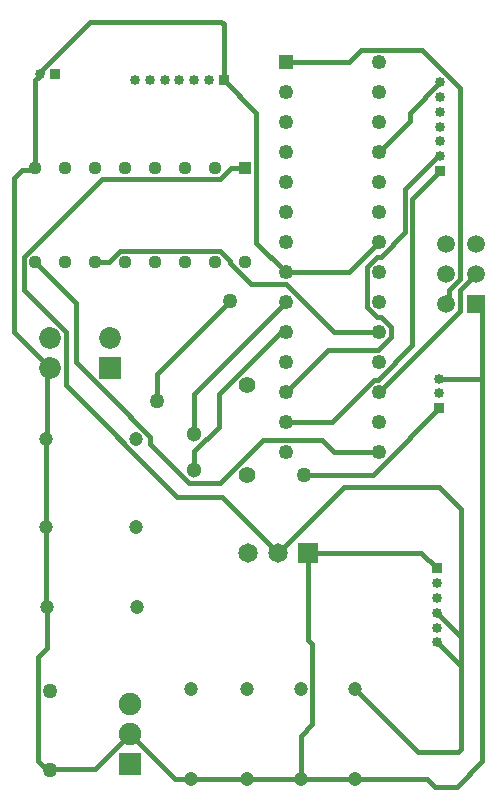
<source format=gbl>
G04*
G04 #@! TF.GenerationSoftware,Altium Limited,Altium Designer,22.3.1 (43)*
G04*
G04 Layer_Physical_Order=2*
G04 Layer_Color=16711680*
%FSLAX25Y25*%
%MOIN*%
G70*
G04*
G04 #@! TF.SameCoordinates,1C7FBABB-5D2B-4B54-8B73-D7DE824473AF*
G04*
G04*
G04 #@! TF.FilePolarity,Positive*
G04*
G01*
G75*
%ADD35C,0.01500*%
%ADD36C,0.04921*%
%ADD37R,0.04921X0.04921*%
%ADD38C,0.03347*%
%ADD39R,0.03347X0.03347*%
%ADD40C,0.05118*%
%ADD41R,0.06500X0.06500*%
%ADD42C,0.06500*%
%ADD43R,0.07520X0.07520*%
%ADD44C,0.07520*%
%ADD45C,0.04449*%
%ADD46R,0.04449X0.04449*%
%ADD47R,0.07284X0.07284*%
%ADD48C,0.07284*%
%ADD49C,0.05512*%
%ADD50R,0.03347X0.03347*%
%ADD51C,0.05906*%
%ADD52R,0.05906X0.05906*%
%ADD53C,0.04724*%
%ADD54C,0.05000*%
D35*
X101137Y118500D02*
X124172D01*
X136369Y131026D02*
X146000Y140657D01*
X136369Y130697D02*
Y131026D01*
X124172Y118500D02*
X136369Y130697D01*
X102500Y92500D02*
X140185D01*
X145500Y87185D01*
X144648Y14500D02*
X152000D01*
X146000Y114500D02*
X153500Y107000D01*
Y64421D02*
Y107000D01*
Y54579D02*
Y64421D01*
X145500Y72421D02*
X153500Y64421D01*
X145500Y62579D02*
X153500Y54579D01*
Y26879D02*
Y54579D01*
X92500Y92500D02*
X114500Y114500D01*
X146000D01*
X153003Y173003D02*
Y180003D01*
X158500Y185500D01*
X149343Y179975D02*
X153003Y183635D01*
X120105Y260011D02*
X140312D01*
X116095Y256000D02*
X120105Y260011D01*
X95000Y256000D02*
X116095D01*
X149343Y176343D02*
Y179975D01*
X148500Y175500D02*
X149343Y176343D01*
X140312Y260011D02*
X153003Y247319D01*
Y183635D02*
Y247319D01*
X126000Y146000D02*
X153003Y173003D01*
X52000Y143000D02*
Y152000D01*
X64500Y145500D02*
X95000Y176000D01*
X64500Y132102D02*
Y145500D01*
X52000Y152000D02*
X76500Y176500D01*
X152621Y26000D02*
X153500Y26879D01*
X139000Y26000D02*
X152621D01*
X118000Y47000D02*
X139000Y26000D01*
X37025Y144007D02*
X49912Y131121D01*
X37017Y144007D02*
X37025D01*
X25130Y155894D02*
X37017Y144007D01*
X73063Y216856D02*
X76838Y220630D01*
X49912Y128675D02*
X62798Y115789D01*
X73199D01*
X33648Y216856D02*
X73063D01*
X7726Y190934D02*
X33648Y216856D01*
X25130Y155894D02*
Y175740D01*
X7726Y180117D02*
Y190934D01*
X73832Y111168D02*
X92500Y92500D01*
X21692Y148276D02*
X58799Y111168D01*
X73832D01*
X7726Y180117D02*
X21692Y166150D01*
Y148276D02*
Y166150D01*
X76838Y220630D02*
X81500D01*
X49912Y128675D02*
Y131121D01*
X73199Y115789D02*
X87421Y130011D01*
X36162Y189370D02*
X39937Y193145D01*
X73063D01*
X76500Y189708D01*
X107201Y130011D02*
X111212Y126000D01*
X87421Y130011D02*
X107201D01*
X11500Y189370D02*
X25130Y175740D01*
X95000Y136000D02*
X110328D01*
X111000Y166000D02*
X126000D01*
X121989Y174339D02*
X125328Y171000D01*
X124339Y150011D02*
X125682D01*
X125328Y171000D02*
X126672D01*
X125682Y150011D02*
X137234Y161562D01*
X125682Y160011D02*
X130011Y164339D01*
X95000Y146000D02*
X109011Y160011D01*
X126672Y171000D02*
X130011Y167661D01*
X125328Y191000D02*
X126672D01*
X109011Y160011D02*
X125682D01*
X126672Y191000D02*
X134934Y199262D01*
X130011Y164339D02*
Y167661D01*
X137234Y161562D02*
Y210470D01*
X121989Y174339D02*
Y187661D01*
X110328Y136000D02*
X124339Y150011D01*
X121989Y187661D02*
X125328Y191000D01*
X95011Y181989D02*
X111000Y166000D01*
X83543Y181989D02*
X95011D01*
X76500Y189032D02*
X83543Y181989D01*
X76500Y189032D02*
Y189708D01*
X31500Y189370D02*
X36162D01*
X134934Y199262D02*
Y213708D01*
X116000Y186000D02*
X126000Y196000D01*
X95000Y186000D02*
X116000D01*
X72704Y145294D02*
X92756Y165345D01*
X94345D01*
X72704Y134496D02*
Y145294D01*
X94345Y165345D02*
X95000Y166000D01*
X111212Y126000D02*
X126000D01*
X137234Y210470D02*
X146500Y219736D01*
X145529Y224304D02*
X146147D01*
X146500Y224658D01*
X134934Y213708D02*
X145529Y224304D01*
X64500Y126291D02*
X72704Y134496D01*
X64500Y119898D02*
Y126291D01*
X100000Y31290D02*
X103912Y35203D01*
X102500Y63307D02*
Y92500D01*
X100000Y17000D02*
Y31290D01*
X103912Y35203D02*
Y61895D01*
X102500Y63307D02*
X103912Y61895D01*
X142148Y17000D02*
X144648Y14500D01*
X118000Y17000D02*
X142148D01*
X100000D02*
X118000D01*
X82000D02*
X100000D01*
X63500D02*
X82000D01*
X43000Y32000D02*
X58000Y17000D01*
X63500D01*
X31500Y20500D02*
X43000Y32000D01*
X15000Y20500D02*
X31500D01*
X12450Y23050D02*
X15000Y20500D01*
X15500Y60750D02*
Y74500D01*
X12450Y57700D02*
X15500Y60750D01*
X12450Y23050D02*
Y57700D01*
X136366Y236367D02*
Y239130D01*
X146500Y249264D01*
X126000Y226000D02*
X136366Y236367D01*
X160500Y151000D02*
Y173500D01*
Y23000D02*
Y151000D01*
X160000Y150500D02*
X160500Y151000D01*
X146000Y150500D02*
X160000D01*
X158500Y175500D02*
X160500Y173500D01*
X152000Y14500D02*
X160500Y23000D01*
X85274Y195726D02*
X95000Y186000D01*
X85274Y195726D02*
Y239068D01*
X74343Y250000D02*
X85274Y239068D01*
X73464Y269500D02*
X74343Y268621D01*
X29961Y269500D02*
X73464D01*
X74343Y250000D02*
Y268621D01*
X13079Y252500D02*
X14624Y254045D01*
Y254163D02*
X29961Y269500D01*
X13079Y252000D02*
Y252500D01*
X14624Y254045D02*
Y254163D01*
X11500Y249922D02*
X13079Y251500D01*
Y252000D01*
X11500Y220630D02*
Y249922D01*
X7066Y220066D02*
X10936D01*
X11500Y220630D01*
X4500Y217500D02*
X7066Y220066D01*
X4500Y166000D02*
X16500Y154000D01*
X4500Y166000D02*
Y217500D01*
X15617Y131117D02*
Y153117D01*
X16500Y154000D01*
X15000Y130500D02*
X15617Y131117D01*
X15000Y101000D02*
Y130500D01*
X15250Y74750D02*
Y100750D01*
Y74750D02*
X15500Y74500D01*
X15000Y101000D02*
X15250Y100750D01*
D36*
X126000Y256000D02*
D03*
Y246000D02*
D03*
Y236000D02*
D03*
Y226000D02*
D03*
Y216000D02*
D03*
Y206000D02*
D03*
Y196000D02*
D03*
Y186000D02*
D03*
Y176000D02*
D03*
Y166000D02*
D03*
Y156000D02*
D03*
Y146000D02*
D03*
Y136000D02*
D03*
Y126000D02*
D03*
X95000D02*
D03*
Y136000D02*
D03*
Y146000D02*
D03*
Y156000D02*
D03*
Y166000D02*
D03*
Y176000D02*
D03*
Y186000D02*
D03*
Y196000D02*
D03*
Y206000D02*
D03*
Y216000D02*
D03*
Y226000D02*
D03*
Y236000D02*
D03*
Y246000D02*
D03*
D37*
Y256000D02*
D03*
D38*
X145500Y62579D02*
D03*
Y67500D02*
D03*
Y72421D02*
D03*
Y77342D02*
D03*
Y82264D02*
D03*
X146500Y249264D02*
D03*
Y244342D02*
D03*
Y239421D02*
D03*
Y234500D02*
D03*
Y229579D02*
D03*
Y224658D02*
D03*
X13079Y252000D02*
D03*
X146000Y150500D02*
D03*
Y145579D02*
D03*
X44815Y250000D02*
D03*
X49736D02*
D03*
X54658D02*
D03*
X59579D02*
D03*
X64500D02*
D03*
X69421D02*
D03*
D39*
X145500Y87185D02*
D03*
X146500Y219736D02*
D03*
X146000Y140657D02*
D03*
D40*
X64500Y119898D02*
D03*
Y132102D02*
D03*
D41*
X102500Y92500D02*
D03*
D42*
X92500D02*
D03*
X82500D02*
D03*
D43*
X43000Y21961D02*
D03*
D44*
Y32000D02*
D03*
Y42039D02*
D03*
D45*
X81500Y189370D02*
D03*
X71500D02*
D03*
X61500D02*
D03*
X51500D02*
D03*
X41500D02*
D03*
X31500D02*
D03*
X21500D02*
D03*
X11500D02*
D03*
Y220630D02*
D03*
X21500D02*
D03*
X31500D02*
D03*
X41500D02*
D03*
X51500D02*
D03*
X61500D02*
D03*
X71500D02*
D03*
D46*
X81500D02*
D03*
D47*
X36500Y154000D02*
D03*
D48*
X16500D02*
D03*
Y164000D02*
D03*
X36500D02*
D03*
D49*
X82000Y118500D02*
D03*
Y148500D02*
D03*
D50*
X18000Y252000D02*
D03*
X74343Y250000D02*
D03*
D51*
X148500Y195500D02*
D03*
Y185500D02*
D03*
Y175500D02*
D03*
X158500Y195500D02*
D03*
Y185500D02*
D03*
D52*
Y175500D02*
D03*
D53*
X63500Y17000D02*
D03*
Y47000D02*
D03*
X45000Y130500D02*
D03*
X15000D02*
D03*
X45000Y101000D02*
D03*
X15000D02*
D03*
X100000Y47000D02*
D03*
Y17000D02*
D03*
X45500Y74500D02*
D03*
X15500D02*
D03*
X82000Y47000D02*
D03*
Y17000D02*
D03*
X118000D02*
D03*
Y47000D02*
D03*
D54*
X101137Y118500D02*
D03*
X52000Y143000D02*
D03*
X76500Y176500D02*
D03*
X16500Y20000D02*
D03*
Y46500D02*
D03*
M02*

</source>
